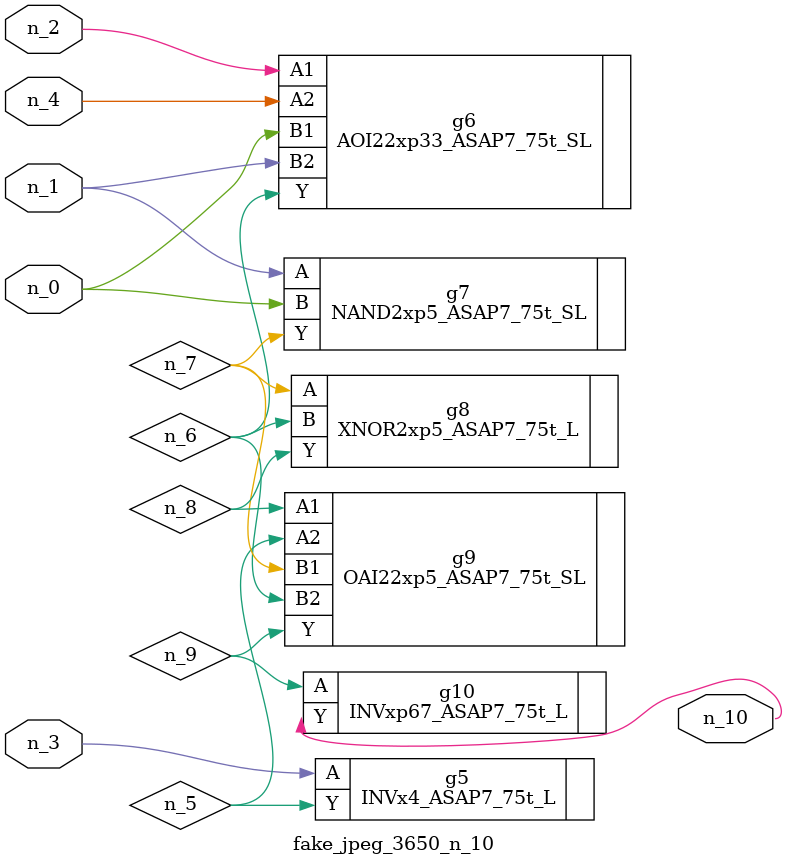
<source format=v>
module fake_jpeg_3650_n_10 (n_3, n_2, n_1, n_0, n_4, n_10);

input n_3;
input n_2;
input n_1;
input n_0;
input n_4;

output n_10;

wire n_8;
wire n_9;
wire n_6;
wire n_5;
wire n_7;

INVx4_ASAP7_75t_L g5 ( 
.A(n_3),
.Y(n_5)
);

AOI22xp33_ASAP7_75t_SL g6 ( 
.A1(n_2),
.A2(n_4),
.B1(n_0),
.B2(n_1),
.Y(n_6)
);

NAND2xp5_ASAP7_75t_SL g7 ( 
.A(n_1),
.B(n_0),
.Y(n_7)
);

XNOR2xp5_ASAP7_75t_L g8 ( 
.A(n_7),
.B(n_6),
.Y(n_8)
);

OAI22xp5_ASAP7_75t_SL g9 ( 
.A1(n_8),
.A2(n_5),
.B1(n_7),
.B2(n_6),
.Y(n_9)
);

INVxp67_ASAP7_75t_L g10 ( 
.A(n_9),
.Y(n_10)
);


endmodule
</source>
